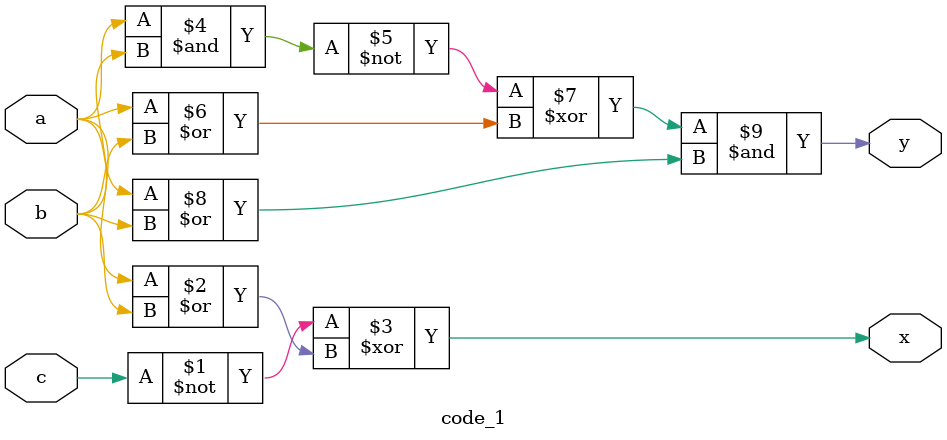
<source format=sv>

`timescale 1ns / 10ps




module code_1(output logic y,x,
              input logic a,b,c
              );

        assign x= (~c)^(a|b);
        assign y= ((~(a & b)^(a|b))& (a|b));    

   


   
endmodule

</source>
